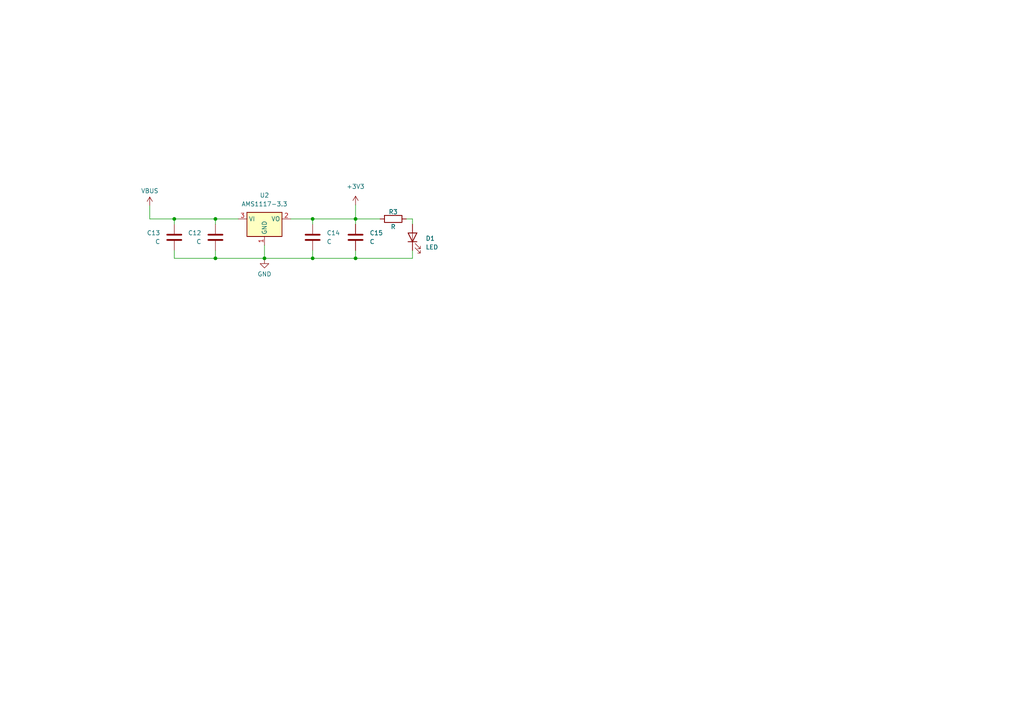
<source format=kicad_sch>
(kicad_sch (version 20230121) (generator eeschema)
  (paper "A4")
  (lib_symbols
    (symbol "Device:C" (pin_numbers hide) (pin_names (offset 0.254))
      (property "Reference" "C" (at 0.635 2.54 0))
      (property "Value" "C" (at 0.635 -2.54 0))
      (symbol "C_0_1"
        (polyline (pts (xy -2.032 -0.762) (xy 2.032 -0.762)) (stroke (width 0.508)))
        (polyline (pts (xy -2.032 0.762) (xy 2.032 0.762)) (stroke (width 0.508)))
      )
      (symbol "C_1_1"
        (pin passive line (at 0 3.81 270) (length 2.794) (name "~") (number "1"))
        (pin passive line (at 0 -3.81 90) (length 2.794) (name "~") (number "2"))
      )
    )
    (symbol "Device:LED" (pin_numbers hide) (pin_names (offset 1.016) hide)
      (property "Reference" "D" (at 0 2.54 0))
      (property "Value" "LED" (at 0 -2.54 0))
      (symbol "LED_0_1"
        (polyline (pts (xy -1.27 -1.27) (xy -1.27 1.27)) (stroke (width 0.254)))
        (polyline (pts (xy -1.27 0) (xy 1.27 0)))
        (polyline (pts (xy 1.27 -1.27) (xy 1.27 1.27) (xy -1.27 0) (xy 1.27 -1.27)) (stroke (width 0.254)))
        (polyline (pts (xy -3.048 -0.762) (xy -4.572 -2.286) (xy -3.81 -2.286) (xy -4.572 -2.286) (xy -4.572 -1.524)))
        (polyline (pts (xy -1.778 -0.762) (xy -3.302 -2.286) (xy -2.54 -2.286) (xy -3.302 -2.286) (xy -3.302 -1.524)))
      )
      (symbol "LED_1_1"
        (pin passive line (at -3.81 0 0) (length 2.54) (name "K") (number "1"))
        (pin passive line (at 3.81 0 180) (length 2.54) (name "A") (number "2"))
      )
    )
    (symbol "Device:R" (pin_numbers hide) (pin_names (offset 0))
      (property "Reference" "R" (at 2.032 0 90))
      (property "Value" "R" (at 0 0 90))
      (symbol "R_0_1"
        (rectangle (start -1.016 -2.54) (end 1.016 2.54) (stroke (width 0.254)))
      )
      (symbol "R_1_1"
        (pin passive line (at 0 3.81 270) (length 1.27) (name "~") (number "1"))
        (pin passive line (at 0 -3.81 90) (length 1.27) (name "~") (number "2"))
      )
    )
    (symbol "Regulator_Linear:AMS1117-3.3"
      (property "Reference" "U" (at -3.81 3.175 0))
      (property "Value" "AMS1117-3.3" (at 0 3.175 0))
      (symbol "AMS1117-3.3_0_1"
        (rectangle (start -5.08 -5.08) (end 5.08 1.905) (stroke (width 0.254)) (fill (type background)))
      )
      (symbol "AMS1117-3.3_1_1"
        (pin power_in line (at 0 -7.62 90) (length 2.54) (name "GND") (number "1"))
        (pin power_out line (at 7.62 0 180) (length 2.54) (name "VO") (number "2"))
        (pin power_in line (at -7.62 0 0) (length 2.54) (name "VI") (number "3"))
      )
    )
    (symbol "power:+3V3" (power) (pin_names (offset 0))
      (property "Value" "+3V3" (at 0 3.556 0))
      (symbol "+3V3_0_1"
        (polyline (pts (xy -0.762 1.27) (xy 0 2.54)))
        (polyline (pts (xy 0 0) (xy 0 2.54)))
        (polyline (pts (xy 0 2.54) (xy 0.762 1.27)))
      )
      (symbol "+3V3_1_1"
        (pin power_in line (at 0 0 90) (length 0) hide (name "+3V3") (number "1"))
      )
    )
    (symbol "power:GND" (power) (pin_names (offset 0))
      (property "Value" "GND" (at 0 -3.81 0))
      (symbol "GND_0_1"
        (polyline (pts (xy 0 0) (xy 0 -1.27) (xy 1.27 -1.27) (xy 0 -2.54) (xy -1.27 -1.27) (xy 0 -1.27)))
      )
      (symbol "GND_1_1"
        (pin power_in line (at 0 0 270) (length 0) hide (name "GND") (number "1"))
      )
    )
    (symbol "power:VBUS" (power) (pin_names (offset 0))
      (property "Value" "VBUS" (at 0 3.81 0))
      (symbol "VBUS_0_1"
        (polyline (pts (xy -0.762 1.27) (xy 0 2.54)))
        (polyline (pts (xy 0 0) (xy 0 2.54)))
        (polyline (pts (xy 0 2.54) (xy 0.762 1.27)))
      )
      (symbol "VBUS_1_1"
        (pin power_in line (at 0 0 90) (length 0) hide (name "VBUS") (number "1"))
      )
    )
  )
  (junction (at 62.484 63.5))
  (junction (at 103.124 74.93))
  (junction (at 103.124 63.5))
  (junction (at 50.546 63.5))
  (junction (at 76.708 74.93))
  (junction (at 90.678 74.93))
  (junction (at 62.484 74.93))
  (junction (at 90.678 63.5))
  (wire (pts (xy 62.484 63.5) (xy 69.088 63.5)))
  (wire (pts (xy 103.124 63.5) (xy 110.236 63.5)))
  (wire (pts (xy 103.124 59.436) (xy 103.124 63.5)))
  (wire (pts (xy 62.484 63.5) (xy 62.484 65.024)))
  (wire (pts (xy 76.708 71.12) (xy 76.708 74.93)))
  (wire (pts (xy 43.434 59.69) (xy 43.434 63.5)))
  (wire (pts (xy 50.546 72.644) (xy 50.546 74.93)))
  (wire (pts (xy 119.634 74.93) (xy 119.634 72.644)))
  (wire (pts (xy 50.546 63.5) (xy 50.546 65.024)))
  (wire (pts (xy 90.678 63.5) (xy 90.678 65.024)))
  (wire (pts (xy 103.124 74.93) (xy 119.634 74.93)))
  (wire (pts (xy 62.484 74.93) (xy 76.708 74.93)))
  (wire (pts (xy 84.328 63.5) (xy 90.678 63.5)))
  (wire (pts (xy 117.856 63.5) (xy 119.634 63.5)))
  (wire (pts (xy 119.634 63.5) (xy 119.634 65.024)))
  (wire (pts (xy 76.708 74.93) (xy 76.708 75.184)))
  (wire (pts (xy 62.484 74.93) (xy 62.484 72.644)))
  (wire (pts (xy 90.678 74.93) (xy 103.124 74.93)))
  (wire (pts (xy 103.124 63.5) (xy 103.124 65.024)))
  (wire (pts (xy 76.708 74.93) (xy 90.678 74.93)))
  (wire (pts (xy 50.546 63.5) (xy 62.484 63.5)))
  (wire (pts (xy 90.678 72.644) (xy 90.678 74.93)))
  (wire (pts (xy 103.124 72.644) (xy 103.124 74.93)))
  (wire (pts (xy 90.678 63.5) (xy 103.124 63.5)))
  (wire (pts (xy 50.546 74.93) (xy 62.484 74.93)))
  (wire (pts (xy 43.434 63.5) (xy 50.546 63.5)))
  (symbol (lib_id "Device:C") (at 62.484 68.834 0) (mirror y) (unit 1)
    (property "Reference" "C12" (at 58.42 67.564 0) (effects (justify left)))
    (property "Value" "C" (at 58.42 70.104 0) (effects (justify left)))
    (instances (project "_autosave-Power" (path "" (reference "C12") (unit 1))) (project "Project232" (path "" (reference "C14") (unit 1))))
  )
  (symbol (lib_id "Device:C") (at 90.678 68.834 0) (unit 1)
    (property "Reference" "C14" (at 94.742 67.564 0) (effects (justify left)))
    (property "Value" "C" (at 94.742 70.104 0) (effects (justify left)))
    (instances (project "_autosave-Power" (path "" (reference "C14") (unit 1))) (project "Project232" (path "" (reference "C15") (unit 1))))
  )
  (symbol (lib_id "Device:C") (at 103.124 68.834 0) (unit 1)
    (property "Reference" "C15" (at 107.188 67.564 0) (effects (justify left)))
    (property "Value" "C" (at 107.188 70.104 0) (effects (justify left)))
    (instances (project "_autosave-Power" (path "" (reference "C15") (unit 1))) (project "Project232" (path "" (reference "C16") (unit 1))))
  )
  (symbol (lib_id "power:GND") (at 76.708 75.184 0) (unit 1)
    (property "Reference" "#PWR017" (effects hide))
    (property "Value" "GND" (at 76.708 79.502 0))
    (instances (project "_autosave-Power" (path "" (reference "#PWR017") (unit 1))) (project "Project232" (path "" (reference "#PWR018") (unit 1))))
  )
  (symbol (lib_id "power:+3V3") (at 103.124 59.436 0) (unit 1)
    (property "Reference" "#PWR018" (effects hide))
    (property "Value" "+3V3" (at 103.124 54.102 0))
    (instances (project "_autosave-Power" (path "" (reference "#PWR018") (unit 1))) (project "Project232" (path "" (reference "#PWR045") (unit 1))))
  )
  (symbol (lib_id "Device:LED") (at 119.634 68.834 90) (unit 1)
    (property "Reference" "D1" (at 123.444 69.1515 90) (effects (justify right)))
    (property "Value" "LED" (at 123.444 71.6915 90) (effects (justify right)))
    (instances (project "_autosave-Power" (path "" (reference "D1") (unit 1))) (project "Project232" (path "" (reference "D3") (unit 1))))
  )
  (symbol (lib_id "Device:R") (at 114.046 63.5 90) (mirror x) (unit 1)
    (property "Reference" "R3" (at 114.046 61.468 90))
    (property "Value" "R" (at 114.046 65.786 90))
    (instances (project "_autosave-Power" (path "" (reference "R3") (unit 1))) (project "Project232" (path "" (reference "R18") (unit 1))))
  )
  (symbol (lib_id "Device:C") (at 50.546 68.834 0) (mirror y) (unit 1)
    (property "Reference" "C13" (at 46.482 67.564 0) (effects (justify left)))
    (property "Value" "C" (at 46.482 70.104 0) (effects (justify left)))
  )
  (symbol (lib_id "power:VBUS") (at 43.434 59.69 0) (unit 1)
    (property "Reference" "#PWR016" (effects hide))
    (property "Value" "VBUS" (at 43.434 55.372 0))
    (instances (project "_autosave-Power" (path "" (reference "#PWR016") (unit 1))) (project "Project232" (path "" (reference "#PWR017") (unit 1))))
  )
  (symbol (lib_id "Regulator_Linear:AMS1117-3.3") (at 76.708 63.5 0) (unit 1)
    (property "Reference" "U2" (at 76.708 56.642 0))
    (property "Value" "AMS1117-3.3" (at 76.708 59.182 0))
    (property "Footprint" "Package_TO_SOT_SMD:SOT-223-3_TabPin2" (effects hide))
    (property "Datasheet" "http://www.advanced-monolithic.com/pdf/ds1117.pdf" (effects hide))
  )
)
</source>
